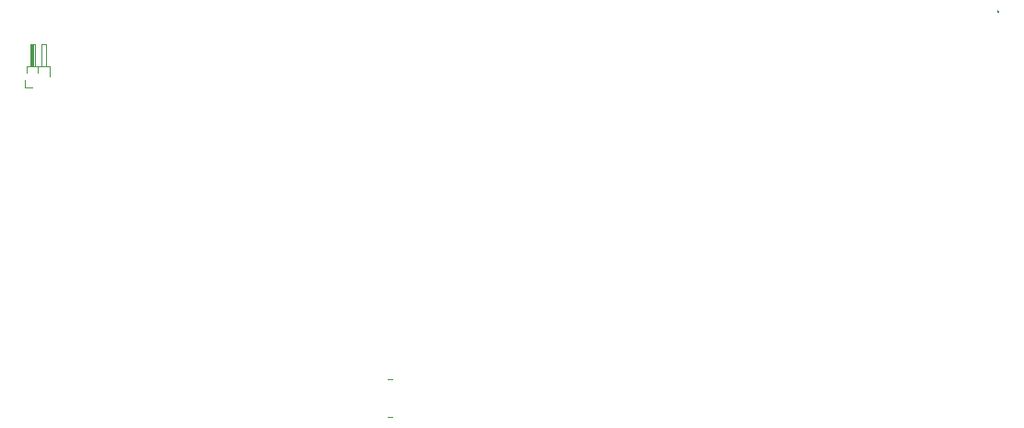
<source format=gbr>
%TF.GenerationSoftware,KiCad,Pcbnew,8.0.5*%
%TF.CreationDate,2025-02-13T07:49:46+01:00*%
%TF.ProjectId,flexpcb,666c6578-7063-4622-9e6b-696361645f70,rev?*%
%TF.SameCoordinates,Original*%
%TF.FileFunction,Legend,Top*%
%TF.FilePolarity,Positive*%
%FSLAX46Y46*%
G04 Gerber Fmt 4.6, Leading zero omitted, Abs format (unit mm)*
G04 Created by KiCad (PCBNEW 8.0.5) date 2025-02-13 07:49:46*
%MOMM*%
%LPD*%
G01*
G04 APERTURE LIST*
%ADD10C,0.200000*%
%ADD11C,0.100000*%
%ADD12C,0.120000*%
G04 APERTURE END LIST*
D10*
%TO.C,J2*%
X194665000Y-77660000D02*
X194665000Y-77660000D01*
X194665000Y-77760000D02*
X194665000Y-77760000D01*
X194665000Y-77760000D02*
X194665000Y-77760000D01*
X194665000Y-77660000D02*
G75*
G02*
X194665000Y-77760000I0J-50000D01*
G01*
X194665000Y-77660000D02*
G75*
G02*
X194665000Y-77760000I0J-50000D01*
G01*
X194665000Y-77760000D02*
G75*
G02*
X194665000Y-77660000I0J50000D01*
G01*
D11*
%TO.C,J1*%
X138555000Y-111540000D02*
X138955000Y-111540000D01*
X138555000Y-115000000D02*
X138955000Y-115000000D01*
D12*
%TO.C,SW1*%
X105225000Y-84695000D02*
X105225000Y-84010000D01*
X105350000Y-82700000D02*
X107470000Y-82700000D01*
X105350000Y-83325000D02*
X105350000Y-82700000D01*
X105700000Y-80700000D02*
X106120000Y-80700000D01*
X105700000Y-82700000D02*
X105700000Y-80700000D01*
X105760000Y-82700000D02*
X105760000Y-80700000D01*
X105880000Y-82700000D02*
X105880000Y-80700000D01*
X105910000Y-84695000D02*
X105225000Y-84695000D01*
X106000000Y-82700000D02*
X106000000Y-80700000D01*
X106120000Y-80700000D02*
X106120000Y-82700000D01*
X106410000Y-83325000D02*
X106410000Y-82700000D01*
X106700000Y-80700000D02*
X107120000Y-80700000D01*
X106700000Y-82700000D02*
X106700000Y-80700000D01*
X107120000Y-80700000D02*
X107120000Y-82700000D01*
X107470000Y-82700000D02*
X107470000Y-83615507D01*
%TD*%
M02*

</source>
